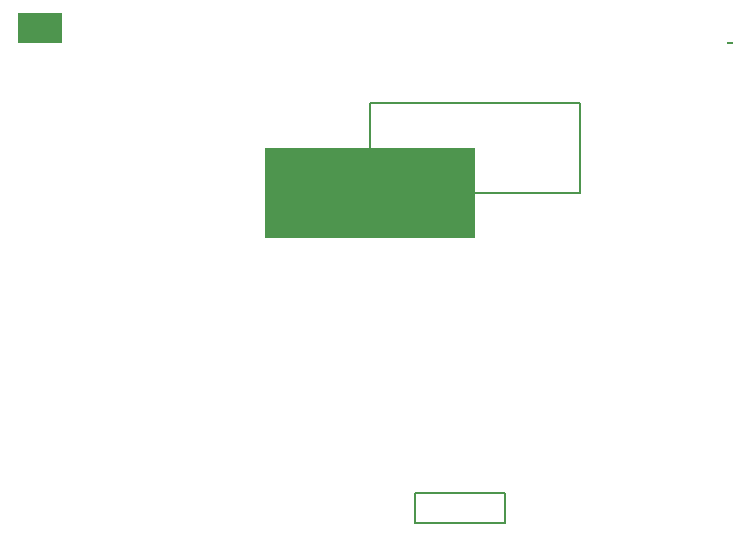
<source format=gto>
G04 Layer: Top Overlay/Silk (GTO)*
%FSLAX24Y24*%
%MOIN*%
%ADD10C,0.008000*%
%ADD11C,0.012000*%
%ADD12R,0.020000X0.008000*%
%ADD13R,0.700000X0.300000*%
%ADD14R,0.150000X0.100000*%
G01*
G04 IC outline (ATmega328P)*
D13*
X12000Y12000D02*
X12000Y12000D03*
G04 Draw IC body outline*
D10*
X12000Y12000D02*
X19000Y12000D01*
X19000Y15000D01*
X12000Y15000D01*
X12000Y12000D01*
G04 Pin 1 indicator*
D11*
X12000Y12000D03*
G04 USB connector outline*
D14*
X01000Y17500D02*
X01000Y17500D03*
G04 Power jack outline*
D12*
X24000Y17000D02*
X24000Y17000D03*
G04 Board label*
D10*
X13500Y01000D02*
X13500Y02000D01*
X16500Y02000D01*
X16500Y01000D01*
X13500Y01000D01*
%
M02*

</source>
